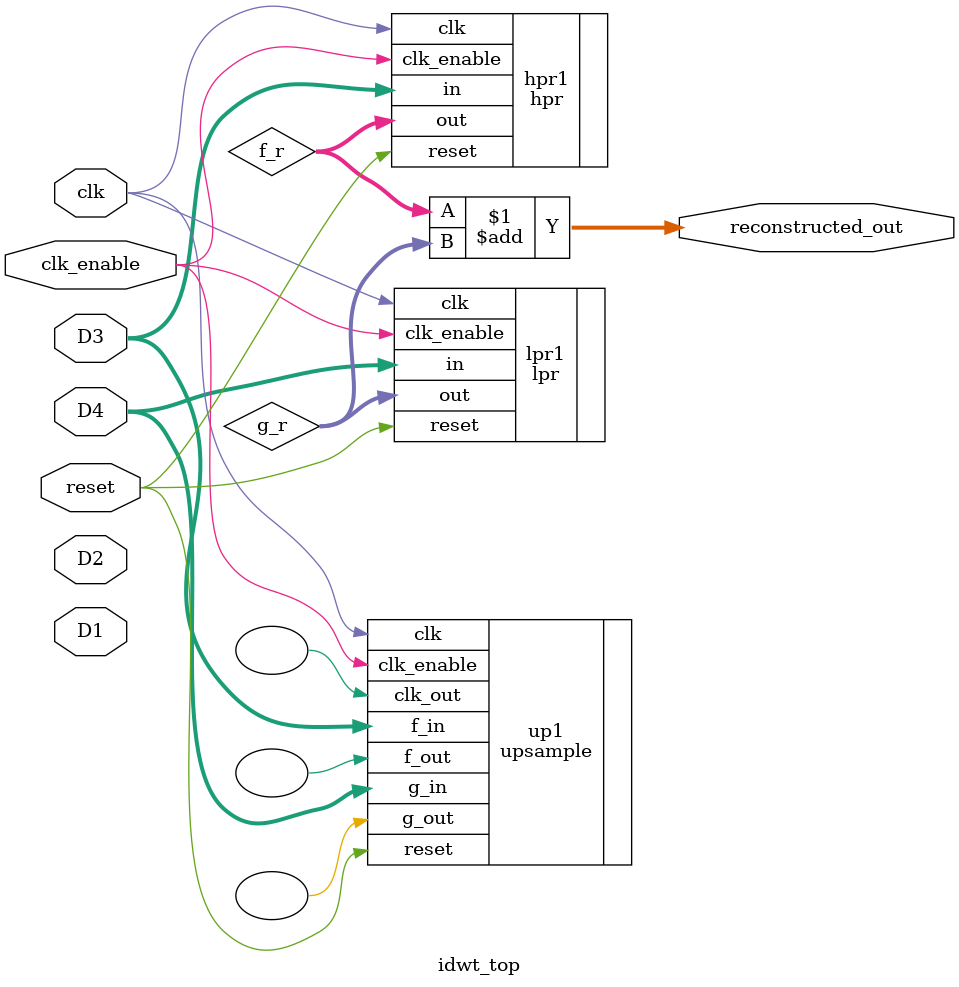
<source format=v>
module idwt_top (
    input clk,
    input clk_enable,
    input reset,
    input signed [15:0] D1, D2, D3, D4,
    output signed [15:0] reconstructed_out
);
    // Upsample & reconstruct stage wiring
    wire signed [15:0] f_r, g_r, f_g_r, g_g_r, f_g_g_r, g_g_g_r;
    // Stage1 inverse
    upsample up1(.clk(clk), .clk_enable(clk_enable), .reset(reset), .g_in(D4), .f_in(D3), .g_out(), .f_out(), .clk_out());
    hpr hpr1(.clk(clk), .clk_enable(clk_enable), .reset(reset), .in(D3), .out(f_r));
    lpr lpr1(.clk(clk), .clk_enable(clk_enable), .reset(reset), .in(D4), .out(g_r));
    // Note: this is a placeholder handshake; implement accurate timing/upsampling.
    assign reconstructed_out = f_r + g_r; // final partial result: replace with real sum-of-stages
endmodule

</source>
